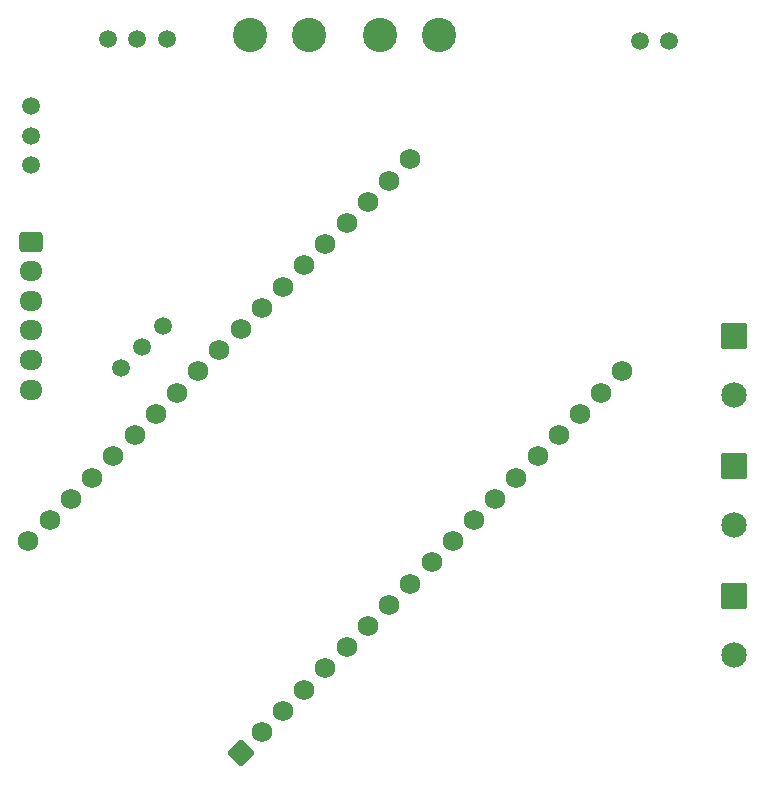
<source format=gbr>
%TF.GenerationSoftware,KiCad,Pcbnew,9.0.1*%
%TF.CreationDate,2025-04-15T15:10:41-07:00*%
%TF.ProjectId,IO:Sensor Board,494f3a53-656e-4736-9f72-20426f617264,rev?*%
%TF.SameCoordinates,Original*%
%TF.FileFunction,Soldermask,Bot*%
%TF.FilePolarity,Negative*%
%FSLAX46Y46*%
G04 Gerber Fmt 4.6, Leading zero omitted, Abs format (unit mm)*
G04 Created by KiCad (PCBNEW 9.0.1) date 2025-04-15 15:10:41*
%MOMM*%
%LPD*%
G01*
G04 APERTURE LIST*
G04 Aperture macros list*
%AMRoundRect*
0 Rectangle with rounded corners*
0 $1 Rounding radius*
0 $2 $3 $4 $5 $6 $7 $8 $9 X,Y pos of 4 corners*
0 Add a 4 corners polygon primitive as box body*
4,1,4,$2,$3,$4,$5,$6,$7,$8,$9,$2,$3,0*
0 Add four circle primitives for the rounded corners*
1,1,$1+$1,$2,$3*
1,1,$1+$1,$4,$5*
1,1,$1+$1,$6,$7*
1,1,$1+$1,$8,$9*
0 Add four rect primitives between the rounded corners*
20,1,$1+$1,$2,$3,$4,$5,0*
20,1,$1+$1,$4,$5,$6,$7,0*
20,1,$1+$1,$6,$7,$8,$9,0*
20,1,$1+$1,$8,$9,$2,$3,0*%
G04 Aperture macros list end*
%ADD10C,1.498600*%
%ADD11RoundRect,0.102000X-0.975000X0.975000X-0.975000X-0.975000X0.975000X-0.975000X0.975000X0.975000X0*%
%ADD12C,2.154000*%
%ADD13C,2.904000*%
%ADD14RoundRect,0.102000X1.081873X0.000000X0.000000X1.081873X-1.081873X0.000000X0.000000X-1.081873X0*%
%ADD15C,1.734000*%
%ADD16RoundRect,0.250000X-0.725000X0.600000X-0.725000X-0.600000X0.725000X-0.600000X0.725000X0.600000X0*%
%ADD17O,1.950000X1.700000*%
G04 APERTURE END LIST*
D10*
%TO.C,J1*%
X146142393Y-95606859D03*
X144374626Y-97374626D03*
X142606859Y-99142393D03*
%TD*%
D11*
%TO.C,P2*%
X194500000Y-107500000D03*
D12*
X194500000Y-112500000D03*
%TD*%
D13*
%TO.C,U10*%
X164500000Y-71000000D03*
X169500000Y-71000000D03*
%TD*%
D11*
%TO.C,P3*%
X194500000Y-96500000D03*
D12*
X194500000Y-101500000D03*
%TD*%
D10*
%TO.C,J4*%
X189000000Y-71500000D03*
X186500000Y-71500000D03*
%TD*%
%TO.C,J5*%
X135000000Y-77000000D03*
X135000000Y-79500000D03*
X135000000Y-82000000D03*
%TD*%
D14*
%TO.C,U2*%
X152703949Y-131796051D03*
D15*
X154500000Y-130000000D03*
X156296052Y-128203949D03*
X158092103Y-126407897D03*
X159888154Y-124611846D03*
X161684205Y-122815795D03*
X163480257Y-121019744D03*
X165276308Y-119223693D03*
X167072359Y-117427641D03*
X168868410Y-115631590D03*
X170664461Y-113835539D03*
X172460513Y-112039488D03*
X174256564Y-110243436D03*
X176052615Y-108447385D03*
X177848666Y-106651334D03*
X179644718Y-104855283D03*
X181440769Y-103059231D03*
X183236820Y-101263180D03*
X185032871Y-99467129D03*
X167072359Y-81506617D03*
X165276308Y-83302668D03*
X163480257Y-85098719D03*
X161684205Y-86894770D03*
X159888154Y-88690822D03*
X158092103Y-90486873D03*
X156296052Y-92282924D03*
X154500000Y-94078975D03*
X152703949Y-95875027D03*
X150907898Y-97671078D03*
X149111847Y-99467129D03*
X147315795Y-101263180D03*
X145519744Y-103059231D03*
X143723693Y-104855283D03*
X141927642Y-106651334D03*
X140131591Y-108447385D03*
X138335539Y-110243436D03*
X136539488Y-112039488D03*
X134743437Y-113835539D03*
%TD*%
D10*
%TO.C,J2*%
X146466600Y-71329801D03*
X143966600Y-71329801D03*
X141466600Y-71329801D03*
%TD*%
D16*
%TO.C,J3*%
X135000000Y-88500000D03*
D17*
X135000000Y-91000000D03*
X135000000Y-93500000D03*
X135000000Y-95999999D03*
X134999999Y-98499999D03*
X135000000Y-101000000D03*
%TD*%
D11*
%TO.C,P1*%
X194462500Y-118500000D03*
D12*
X194462500Y-123500000D03*
%TD*%
D13*
%TO.C,U8*%
X153500000Y-71000000D03*
X158500000Y-71000000D03*
%TD*%
M02*

</source>
